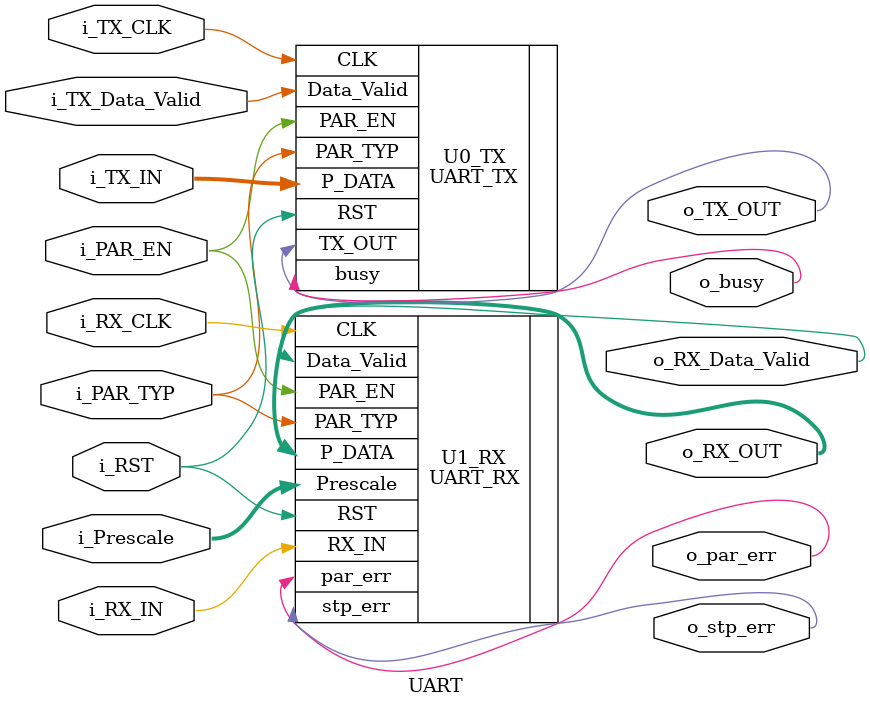
<source format=v>
module UART #(
    parameter   DATA_WIDTH  = 8,
                PRESC_WIDTH = 6
)(
    input   wire                        i_TX_CLK,
    input   wire                        i_RX_CLK,
    input   wire                        i_RST,
    input   wire                        i_PAR_EN,
    input   wire                        i_TX_Data_Valid, 
    input   wire                        i_PAR_TYP,
    input   wire    [DATA_WIDTH-1:0]    i_TX_IN,
    input   wire                        i_RX_IN,
    input   wire    [PRESC_WIDTH-1:0]   i_Prescale,
    output  wire                        o_busy,
    output  wire    [DATA_WIDTH-1:0]    o_RX_OUT,
    output  wire                        o_TX_OUT, 
    output  wire                        o_RX_Data_Valid,
    output  wire                        o_par_err,
    output  wire                        o_stp_err

);
    
///////////////////// UART Transmitter Instantiation///////////////////
    UART_TX U0_TX (
        .CLK(i_TX_CLK),
        .RST(i_RST),
        .Data_Valid(i_TX_Data_Valid),
        .PAR_EN(i_PAR_EN),
        .PAR_TYP(i_PAR_TYP),
        .P_DATA(i_TX_IN),
        .TX_OUT(o_TX_OUT),
        .busy(o_busy)
    );
    
///////////////////// UART Reciever Instantiation///////////////////
    UART_RX U1_RX (
        .CLK(i_RX_CLK),
        .RST(i_RST),
        .RX_IN(i_RX_IN),
        .Prescale(i_Prescale),
        .PAR_EN(i_PAR_EN),
        .PAR_TYP(i_PAR_TYP),
        .Data_Valid(o_RX_Data_Valid),
        .P_DATA(o_RX_OUT),
        .par_err(o_par_err),
        .stp_err(o_stp_err)
    );
    
endmodule

</source>
